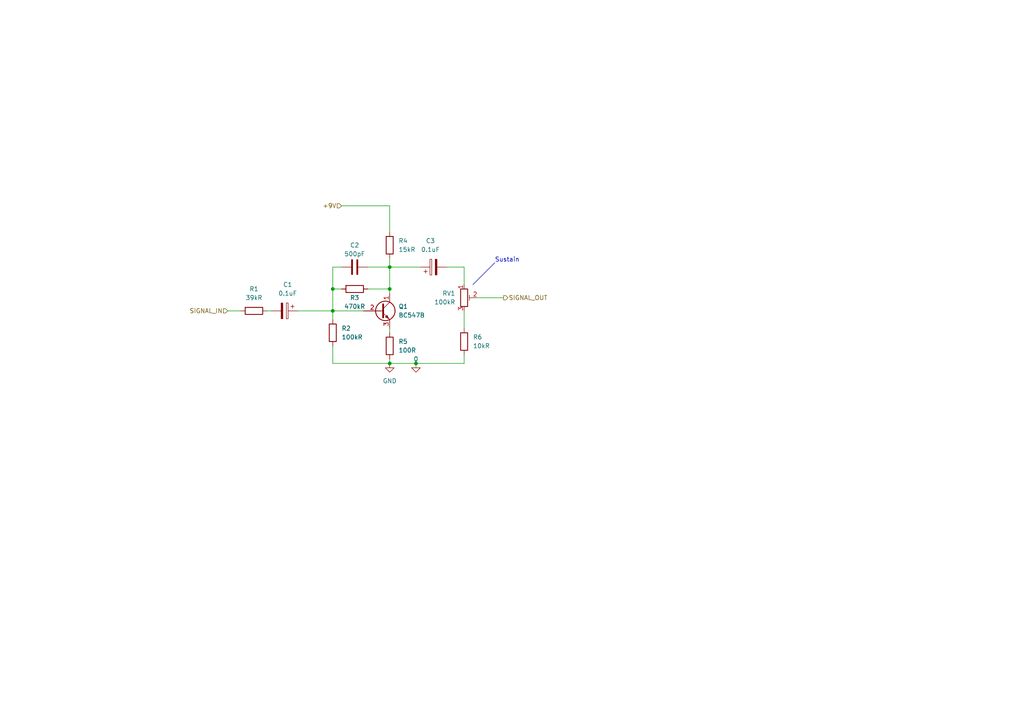
<source format=kicad_sch>
(kicad_sch (version 20211123) (generator eeschema)
  (paper "A4")
  (title_block (title "Sustain(?) Effect") (date "2024-11-13") (rev "V0.1"))
  (lib_symbols
    (symbol "Device:C" (pin_numbers hide) (pin_names (offset 0.254))
      (property "Reference" "C" (at 0.635 2.54 0))
      (property "Value" "C" (at 0.635 -2.54 0))
      (symbol "C_0_1"
        (polyline (pts (xy -2.032 -0.762) (xy 2.032 -0.762)) (stroke (width 0.508)))
        (polyline (pts (xy -2.032 0.762) (xy 2.032 0.762)) (stroke (width 0.508)))
      )
      (symbol "C_1_1"
        (pin passive line (at 0 3.81 270) (length 2.794) (name "~") (number "1"))
        (pin passive line (at 0 -3.81 90) (length 2.794) (name "~") (number "2"))
      )
    )
    (symbol "Device:C_Polarized" (pin_numbers hide) (pin_names (offset 0.254))
      (property "Reference" "C" (at 0.635 2.54 0))
      (property "Value" "C_Polarized" (at 0.635 -2.54 0))
      (symbol "C_Polarized_0_1"
        (rectangle (start -2.286 0.508) (end 2.286 1.016))
        (polyline (pts (xy -1.778 2.286) (xy -0.762 2.286)))
        (polyline (pts (xy -1.27 2.794) (xy -1.27 1.778)))
        (rectangle (start 2.286 -0.508) (end -2.286 -1.016) (fill (type outline)))
      )
      (symbol "C_Polarized_1_1"
        (pin passive line (at 0 3.81 270) (length 2.794) (name "~") (number "1"))
        (pin passive line (at 0 -3.81 90) (length 2.794) (name "~") (number "2"))
      )
    )
    (symbol "Device:R" (pin_numbers hide) (pin_names (offset 0))
      (property "Reference" "R" (at 2.032 0 90))
      (property "Value" "R" (at 0 0 90))
      (symbol "R_0_1"
        (rectangle (start -1.016 -2.54) (end 1.016 2.54) (stroke (width 0.254)))
      )
      (symbol "R_1_1"
        (pin passive line (at 0 3.81 270) (length 1.27) (name "~") (number "1"))
        (pin passive line (at 0 -3.81 90) (length 1.27) (name "~") (number "2"))
      )
    )
    (symbol "Device:R_Potentiometer_Trim" (pin_names (offset 1.016) hide)
      (property "Reference" "RV" (at -4.445 0 90))
      (property "Value" "R_Potentiometer_Trim" (at -2.54 0 90))
      (symbol "R_Potentiometer_Trim_0_1"
        (polyline (pts (xy 1.524 0.762) (xy 1.524 -0.762)))
        (polyline (pts (xy 2.54 0) (xy 1.524 0)))
        (rectangle (start 1.016 2.54) (end -1.016 -2.54) (stroke (width 0.254)))
      )
      (symbol "R_Potentiometer_Trim_1_1"
        (pin passive line (at 0 3.81 270) (length 1.27) (name "1") (number "1"))
        (pin passive line (at 3.81 0 180) (length 1.27) (name "2") (number "2"))
        (pin passive line (at 0 -3.81 90) (length 1.27) (name "3") (number "3"))
      )
    )
    (symbol "Transistor_BJT:BC547" (pin_names (offset 0) hide)
      (property "Reference" "Q" (at 5.08 1.905 0))
      (property "Value" "BC547" (at 5.08 0 0))
      (symbol "BC547_0_1"
        (polyline (pts (xy 0 0) (xy 0.635 0)))
        (polyline (pts (xy 0.635 0.635) (xy 2.54 2.54)))
        (polyline (pts (xy 0.635 -0.635) (xy 2.54 -2.54) (xy 2.54 -2.54)))
        (polyline (pts (xy 0.635 1.905) (xy 0.635 -1.905) (xy 0.635 -1.905)) (stroke (width 0.508)))
        (polyline (pts (xy 1.27 -1.778) (xy 1.778 -1.27) (xy 2.286 -2.286) (xy 1.27 -1.778) (xy 1.27 -1.778)) (fill (type outline)))
        (circle (center 1.27 0) (radius 2.8194) (stroke (width 0.254)))
      )
      (symbol "BC547_1_1"
        (pin passive line (at 2.54 5.08 270) (length 2.54) (name "C") (number "1"))
        (pin input line (at -5.08 0 0) (length 5.08) (name "B") (number "2"))
        (pin passive line (at 2.54 -5.08 90) (length 2.54) (name "E") (number "3"))
      )
    )
    (symbol "power:GND" (power) (pin_names (offset 0))
      (property "Value" "GND" (at 0 -3.81 0))
      (symbol "GND_0_1"
        (polyline (pts (xy 0 0) (xy 0 -1.27) (xy 1.27 -1.27) (xy 0 -2.54) (xy -1.27 -1.27) (xy 0 -1.27)))
      )
      (symbol "GND_1_1"
        (pin power_in line (at 0 0 270) (length 0) hide (name "GND") (number "1"))
      )
    )
    (symbol "pspice:0" (power) (pin_names (offset 0))
      (property "Value" "0" (at 0 -1.778 0))
      (symbol "0_0_1"
        (polyline (pts (xy -1.27 0) (xy 0 -1.27) (xy 1.27 0) (xy -1.27 0)))
      )
      (symbol "0_1_1"
        (pin power_in line (at 0 0 0) (length 0) hide (name "0") (number "1"))
      )
    )
  )
  (junction (at 120.65 105.41))
  (junction (at 96.52 83.82))
  (junction (at 113.03 77.47))
  (junction (at 113.03 83.82))
  (junction (at 113.03 105.41))
  (junction (at 96.52 90.17))
  (wire (pts (xy 113.03 104.14) (xy 113.03 105.41)))
  (wire (pts (xy 134.62 105.41) (xy 120.65 105.41)))
  (wire (pts (xy 134.62 77.47) (xy 134.62 82.55)))
  (wire (pts (xy 66.04 90.17) (xy 69.85 90.17)))
  (wire (pts (xy 138.43 86.36) (xy 146.05 86.36)))
  (wire (pts (xy 96.52 90.17) (xy 96.52 92.71)))
  (wire (pts (xy 129.54 77.47) (xy 134.62 77.47)))
  (wire (pts (xy 113.03 74.93) (xy 113.03 77.47)))
  (wire (pts (xy 96.52 100.33) (xy 96.52 105.41)))
  (wire (pts (xy 120.65 105.41) (xy 120.65 106.68)))
  (wire (pts (xy 78.74 90.17) (xy 77.47 90.17)))
  (wire (pts (xy 113.03 95.25) (xy 113.03 96.52)))
  (wire (pts (xy 96.52 105.41) (xy 113.03 105.41)))
  (wire (pts (xy 134.62 102.87) (xy 134.62 105.41)))
  (wire (pts (xy 113.03 67.31) (xy 113.03 59.69)))
  (wire (pts (xy 113.03 77.47) (xy 113.03 83.82)))
  (wire (pts (xy 113.03 83.82) (xy 113.03 85.09)))
  (wire (pts (xy 99.06 59.69) (xy 113.03 59.69)))
  (wire (pts (xy 106.68 83.82) (xy 113.03 83.82)))
  (wire (pts (xy 96.52 83.82) (xy 99.06 83.82)))
  (wire (pts (xy 99.06 77.47) (xy 96.52 77.47)))
  (wire (pts (xy 113.03 77.47) (xy 121.92 77.47)))
  (wire (pts (xy 86.36 90.17) (xy 96.52 90.17)))
  (wire (pts (xy 96.52 83.82) (xy 96.52 90.17)))
  (wire (pts (xy 96.52 77.47) (xy 96.52 83.82)))
  (wire (pts (xy 134.62 90.17) (xy 134.62 95.25)))
  (polyline (pts (xy 143.51 76.2) (xy 137.16 82.55)) (stroke (width 0) (type solid)))
  (wire (pts (xy 106.68 77.47) (xy 113.03 77.47)))
  (wire (pts (xy 120.65 105.41) (xy 113.03 105.41)))
  (wire (pts (xy 96.52 90.17) (xy 105.41 90.17)))
  (text "Sustain" (at 143.51 76.2 0) (effects (font (size 1.27 1.27)) (justify left bottom)))
  (hierarchical_label "+9V" (shape input) (at 99.06 59.69 180))
  (hierarchical_label "SIGNAL_OUT" (shape output) (at 146.05 86.36 0))
  (hierarchical_label "SIGNAL_IN" (shape input) (at 66.04 90.17 180))
  (symbol (lib_id "Device:R_Potentiometer_Trim") (at 134.62 86.36 0) (unit 1)
    (property "Reference" "RV1" (at 132.08 85.0899 0) (effects (justify right)))
    (property "Value" "100kR" (at 132.08 87.6299 0) (effects (justify right)))
  )
  (symbol (lib_id "Device:R") (at 113.03 100.33 0) (unit 1)
    (property "Reference" "R5" (at 115.57 99.0599 0) (effects (justify left)))
    (property "Value" "100R" (at 115.57 101.5999 0) (effects (justify left)))
  )
  (symbol (lib_id "Device:R") (at 134.62 99.06 0) (unit 1)
    (property "Reference" "R6" (at 137.16 97.7899 0) (effects (justify left)))
    (property "Value" "10kR" (at 137.16 100.3299 0) (effects (justify left)))
  )
  (symbol (lib_id "Device:R") (at 102.87 83.82 90) (unit 1)
    (property "Reference" "R3" (at 102.87 86.36 90))
    (property "Value" "470kR" (at 102.87 88.9 90))
  )
  (symbol (lib_id "Device:R") (at 96.52 96.52 0) (unit 1)
    (property "Reference" "R2" (at 99.06 95.2499 0) (effects (justify left)))
    (property "Value" "100kR" (at 99.06 97.7899 0) (effects (justify left)))
  )
  (symbol (lib_id "pspice:0") (at 120.65 106.68 0) (unit 1)
    (property "Reference" "#GND03" (effects hide))
    (property "Value" "0" (at 120.65 104.14 0))
  )
  (symbol (lib_id "power:GND") (at 113.03 105.41 0) (unit 1)
    (property "Reference" "#PWR03" (effects hide))
    (property "Value" "GND" (at 113.03 110.49 0))
  )
  (symbol (lib_id "Device:C_Polarized") (at 125.73 77.47 90) (unit 1)
    (property "Reference" "C3" (at 124.841 69.85 90))
    (property "Value" "0.1uF" (at 124.841 72.39 90))
  )
  (symbol (lib_id "Device:C_Polarized") (at 82.55 90.17 270) (unit 1)
    (property "Reference" "C1" (at 83.439 82.55 90))
    (property "Value" "0.1uF" (at 83.439 85.09 90))
  )
  (symbol (lib_id "Transistor_BJT:BC547") (at 110.49 90.17 0) (unit 1)
    (property "Reference" "Q1" (at 115.57 88.8999 0) (effects (justify left)))
    (property "Value" "BC547B" (at 115.57 91.4399 0) (effects (justify left)))
    (property "Footprint" "Package_TO_SOT_THT:TO-92_Inline" (effects hide))
    (property "Datasheet" "https://www.onsemi.com/pub/Collateral/BC550-D.pdf" (effects hide))
  )
  (symbol (lib_id "Device:C") (at 102.87 77.47 90) (unit 1)
    (property "Reference" "C2" (at 102.87 71.12 90))
    (property "Value" "500pF" (at 102.87 73.66 90))
  )
  (symbol (lib_id "Device:R") (at 113.03 71.12 0) (unit 1)
    (property "Reference" "R4" (at 115.57 69.8499 0) (effects (justify left)))
    (property "Value" "15kR" (at 115.57 72.3899 0) (effects (justify left)))
  )
  (symbol (lib_id "Device:R") (at 73.66 90.17 90) (unit 1)
    (property "Reference" "R1" (at 73.66 83.82 90))
    (property "Value" "39kR" (at 73.66 86.36 90))
  )
)
</source>
